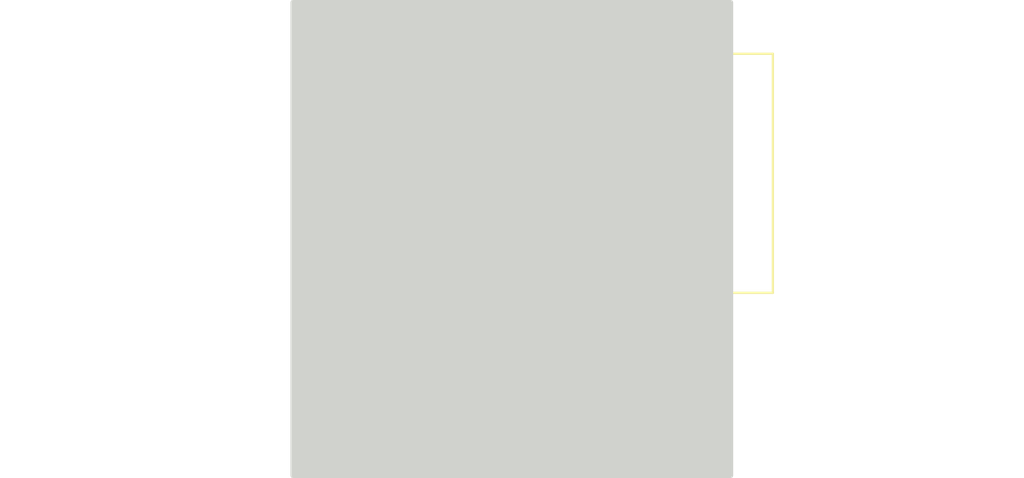
<source format=kicad_pcb>
(kicad_pcb (version 20221018) (generator pcbnew)
  (layers (0 "F.Cu" signal) (31 "B.Cu" signal) (34 "B.Paste" user) (35 "F.Paste" user) (36 "B.SilkS" user "B.Silkscreen") (37 "F.SilkS" user "F.Silkscreen") (38 "B.Mask" user) (39 "F.Mask" user) (44 "Edge.Cuts" user))
  (net 0 "")
  (net 1 "Net-(D1-K)")
  (net 2 "PWR_GND")
  (net 3 "Net-(J1-Pad2)")
  (net 4 "Net-(Q1-G)")
  (net 7 "Net-(D1-A)")
  (footprint "fab:R_1206" (layer "F.Cu") (at 118.25 50.925 -90)
    (fp_text reference "R1·10k1" (at 0 -1.85 90) (layer "F.SilkS"))
    (fp_text value "R_1206")
    (fp_line (start -1 -1.07) (end 1 -1.07) (stroke (width 0.12)) (layer "F.SilkS"))
    (fp_line (start 1 1.07) (end -1 1.07) (stroke (width 0.12)) (layer "F.SilkS"))
    (pad "1" smd rect (at -2 0 270) (size 2 1.7) (layers "F.Cu" "F.Paste" "F.Mask") (net 4 "Net-(Q1-G)"))
    (pad "2" smd rect (at 2 0 270) (size 2 1.7) (layers "F.Cu" "F.Paste" "F.Mask") (net 2 "PWR_GND"))
  )
  (footprint "fab:PinSocket_1x02_P2.54mm_Horizontal_SMD" (layer "F.Cu") (at 118.225 57.575 -90)
    (fp_text reference "J1" (at -1.27 -2.54 90) (layer "F.SilkS") (effects (justify left)))
    (fp_text value "Conn_PinSocket_UPDI_1x02_P2.54mm_Horizontal_SMD")
    (fp_line (start -1.27 -1.27) (end 0 -1.27) (stroke (width 0.12)) (layer "F.SilkS"))
    (fp_rect (start 2.54 -1.27) (end 11.43 3.8) (stroke (width 0.12)) (fill none) (layer "F.SilkS"))
    (pad "1" smd rect (at 0 0 270) (size 2.54 1.27) (layers "F.Cu" "F.Paste" "F.Mask") (net 2 "PWR_GND"))
    (pad "2" smd rect (at 0 2.54 270) (size 2.54 1.27) (layers "F.Cu" "F.Paste" "F.Mask") (net 3 "Net-(J1-Pad2)"))
  )
  (footprint "fab:PinHeader_1x05_P2.54mm_Horizontal_SMD" (layer "F.Cu") (at 129.4325 49.78)
    (fp_text reference "J3" (at -1.524 -2.54 180) (layer "F.SilkS") (effects (justify left)))
    (fp_text value "Conn_PinHeader_1x05_P2.54mm_Horizontal_SMD")
    (fp_line (start -1.27 -1.27) (end 0 -1.27) (stroke (width 0.12)) (layer "F.SilkS"))
    (fp_line (start 3.81 -1.27) (end 6.35 -1.27) (stroke (width 0.12)) (layer "F.SilkS"))
    (fp_line (start 3.81 -0.254) (end 1.27 -0.254) (stroke (width 0.12)) (layer "F.SilkS"))
    (fp_line (start 3.81 0.254) (end 1.27 0.254) (stroke (width 0.12)) (layer "F.SilkS"))
    (fp_line (start 3.81 2.286) (end 1.27 2.286) (stroke (width 0.12)) (layer "F.SilkS"))
    (fp_line (start 3.81 2.794) (end 1.27 2.794) (stroke (width 0.12)) (layer "F.SilkS"))
    (fp_line (start 3.81 4.826) (end 1.27 4.826) (stroke (width 0.12)) (layer "F.SilkS"))
    (fp_line (start 3.81 5.334) (end 1.27 5.334) (stroke (width 0.12)) (layer "F.SilkS"))
    (fp_line (start 3.81 7.366) (end 1.27 7.366) (stroke (width 0.12)) (layer "F.SilkS"))
    (fp_line (start 3.81 7.874) (end 1.27 7.874) (stroke (width 0.12)) (layer "F.SilkS"))
    (fp_line (start 3.81 9.906) (end 1.27 9.906) (stroke (width 0.12)) (layer "F.SilkS"))
    (fp_line (start 3.81 10.414) (end 1.27 10.414) (stroke (width 0.12)) (layer "F.SilkS"))
    (fp_line (start 3.81 11.43) (end 3.81 -1.27) (stroke (width 0.12)) (layer "F.SilkS"))
    (fp_line (start 6.35 -1.27) (end 6.35 11.43) (stroke (width 0.12)) (layer "F.SilkS"))
    (fp_line (start 6.35 11.43) (end 3.81 11.43) (stroke (width 0.12)) (layer "F.SilkS"))
    (pad "1" smd rect (at 0 0) (size 2.5 1.7) (layers "F.Cu" "F.Paste" "F.Mask") (net 7 "Net-(D1-A)"))
    (pad "2" smd rect (at 0 2.54) (size 2.5 1.7) (layers "F.Cu" "F.Paste" "F.Mask"))
    (pad "3" smd rect (at 0 5.08) (size 2.5 1.7) (layers "F.Cu" "F.Paste" "F.Mask") (net 1 "Net-(D1-K)"))
    (pad "4" smd rect (at 0 7.62) (size 2.5 1.7) (layers "F.Cu" "F.Paste" "F.Mask"))
    (pad "5" smd rect (at 0 10.16) (size 2.5 1.7) (layers "F.Cu" "F.Paste" "F.Mask") (net 1 "Net-(D1-K)"))
  )
  (footprint "fab:R_1206" (layer "F.Cu") (at 114.15 50.925 90)
    (fp_text reference "R2·10R1" (at 0 -1.85 90) (layer "F.SilkS"))
    (fp_text value "R_1206")
    (fp_line (start -1 -1.07) (end 1 -1.07) (stroke (width 0.12)) (layer "F.SilkS"))
    (fp_line (start 1 1.07) (end -1 1.07) (stroke (width 0.12)) (layer "F.SilkS"))
    (pad "1" smd rect (at -2 0 90) (size 2 1.7) (layers "F.Cu" "F.Paste" "F.Mask") (net 3 "Net-(J1-Pad2)"))
    (pad "2" smd rect (at 2 0 90) (size 2 1.7) (layers "F.Cu" "F.Paste" "F.Mask") (net 4 "Net-(Q1-G)"))
  )
  (footprint "fab:SOT-23" (layer "F.Cu") (at 123.65 49.775)
    (fp_text reference "Q1" (at 0 -2.5) (layer "F.SilkS"))
    (fp_text value "MOSFET_N-CH_30V_1.7A")
    (fp_line (start 0.76 -1.58) (end -1.4 -1.58) (stroke (width 0.12)) (layer "F.SilkS"))
    (fp_line (start 0.76 -1.58) (end 0.76 -0.65) (stroke (width 0.12)) (layer "F.SilkS"))
    (fp_line (start 0.76 1.58) (end -0.7 1.58) (stroke (width 0.12)) (layer "F.SilkS"))
    (fp_line (start 0.76 1.58) (end 0.76 0.65) (stroke (width 0.12)) (layer "F.SilkS"))
    (pad "1" smd rect (at -1.2 -0.85) (size 1.8 1) (layers "F.Cu" "F.Paste" "F.Mask") (net 4 "Net-(Q1-G)"))
    (pad "2" smd rect (at -1.2 0.85) (size 1.8 1) (layers "F.Cu" "F.Paste" "F.Mask") (net 2 "PWR_GND"))
    (pad "3" smd rect (at 1.2 0) (size 1.8 1) (layers "F.Cu" "F.Paste" "F.Mask") (net 7 "Net-(D1-A)"))
  )
  (footprint "fab:SOD-123" (layer "F.Cu") (at 123.775 54.85 180)
    (fp_text reference "D1" (at 0 1.6) (layer "F.SilkS"))
    (fp_text value "D_Schottky")
    (fp_line (start -1.25 -0.7) (end 1.25 -0.7) (stroke (width 0.12)) (layer "F.SilkS"))
    (fp_line (start -1.25 0.7) (end 1.25 0.7) (stroke (width 0.12)) (layer "F.SilkS"))
    (pad "1" smd rect (at -1.8 0 180) (size 1.2 0.8) (layers "F.Cu" "F.Paste" "F.Mask") (net 1 "Net-(D1-K)"))
    (pad "2" smd rect (at 1.8 0 180) (size 1.2 0.8) (layers "F.Cu" "F.Paste" "F.Mask") (net 7 "Net-(D1-A)"))
  )
  (segment (start 129.4325 59.94) (end 126.89 59.94) (width 1) (layer "F.Cu") (net 1))
  (segment (start 126.89 59.94) (end 125.575 58.625) (width 1) (layer "F.Cu") (net 1))
  (segment (start 129.4225 54.85) (end 129.4325 54.86) (width 1) (layer "F.Cu") (net 1))
  (segment (start 125.575 54.85) (end 129.4225 54.85) (width 1) (layer "F.Cu") (net 1))
  (segment (start 125.575 58.625) (end 125.575 54.85) (width 1) (layer "F.Cu") (net 1))
  (segment (start 119.325 52.925) (end 118.25 52.925) (width 1) (layer "F.Cu") (net 2))
  (segment (start 122.45 50.625) (end 121.625 50.625) (width 1) (layer "F.Cu") (net 2))
  (segment (start 118.25 57.55) (end 118.225 57.575) (width 1) (layer "F.Cu") (net 2))
  (segment (start 121.625 50.625) (end 119.325 52.925) (width 1) (layer "F.Cu") (net 2))
  (segment (start 118.25 52.925) (end 118.25 57.55) (width 1) (layer "F.Cu") (net 2))
  (segment (start 115.6 55.55) (end 115.625 55.55) (width 1) (layer "F.Cu") (net 3))
  (segment (start 114.15 54.1) (end 115.6 55.55) (width 1) (layer "F.Cu") (net 3))
  (segment (start 114.15 52.925) (end 114.15 54.1) (width 1) (layer "F.Cu") (net 3))
  (segment (start 115.685 55.59) (end 115.685 57.575) (width 1) (layer "F.Cu") (net 3))
  (segment (start 122.45 48.925) (end 114.15 48.925) (width 1) (layer "F.Cu") (net 4))
  (segment (start 124.85 50.75) (end 121.975 53.625) (width 1) (layer "F.Cu") (net 7))
  (segment (start 129.4275 49.775) (end 129.4325 49.78) (width 1) (layer "F.Cu") (net 7))
  (segment (start 124.85 49.775) (end 124.85 50.75) (width 1) (layer "F.Cu") (net 7))
  (segment (start 121.975 53.625) (end 121.975 54.85) (width 1) (layer "F.Cu") (net 7))
  (segment (start 124.85 49.775) (end 129.4275 49.775) (width 1) (layer "F.Cu") (net 7))
  (zone (net 0) (net_name "") (layer "F.Cu") (connect_pads (clearance 0.5)) (min_thickness 0.25) (fill yes (thermal_gap 0.5) (thermal_bridge_width 0.5) (island_removal_mode 1) (island_area_min 10))
    (polygon (pts (xy 120.925 65.35) (xy 122.181326 65.35) (xy 123.615713 62.897645) (xy 124.69492 62.897645) (xy 124.695391 65.349057) (xy 127.137855 65.349057) (xy 128.2034 61.911708) (xy 130.839471 61.911708) (xy 130.627493 62.594279) (xy 128.733865 62.594279) (xy 128.422445 63.598585) (xy 129.985433 63.598585) (xy 129.773926 64.281159) (xy 128.210937 64.281159) (xy 127.87978 65.35) (xy 129.773454 65.35) (xy 129.561947 66.032571) (xy 126.504275 66.032098) (xy 125.438729 69.469918) (xy 124.704341 69.469918) (xy 125.769886 66.032098) (xy 124.693978 66.032571) (xy 124.69492 67.018508) (xy 123.977019 67.018508) (xy 123.97749 66.031159) (xy 122.548755 66.031159) (xy 121.971703 67.018508) (xy 121.205283 67.018508) (xy 121.781864 66.032571) (xy 119.970625 66.032571) (xy 121.248149 61.911708) (xy 121.990545 61.911708)))
  )
  (zone (net 0) (net_name "") (layer "Edge.Cuts") (connect_pads (clearance 0.5)) (min_thickness 0.25) (fill yes (thermal_gap 0.5) (thermal_bridge_width 0.5))
    (polygon (pts (xy 133.675 71.05) (xy 110.175 71.05) (xy 110.175 45.65) (xy 133.675 45.65)))
  )
)
</source>
